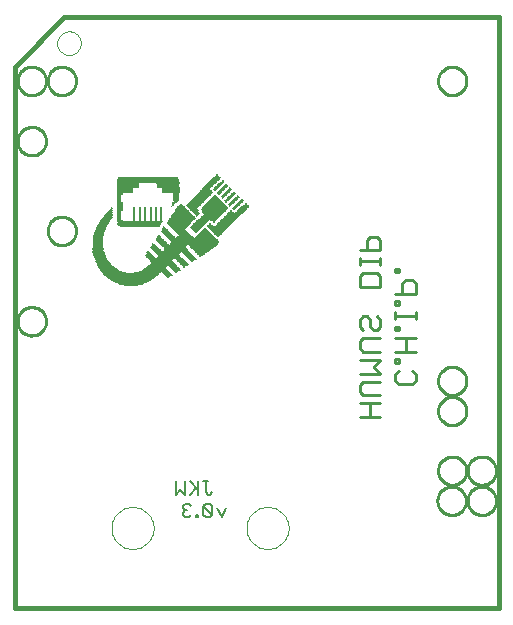
<source format=gbo>
G75*
%MOIN*%
%OFA0B0*%
%FSLAX24Y24*%
%IPPOS*%
%LPD*%
%AMOC8*
5,1,8,0,0,1.08239X$1,22.5*
%
%ADD10C,0.0160*%
%ADD11C,0.0060*%
%ADD12C,0.0100*%
%ADD13R,0.0236X0.0020*%
%ADD14R,0.0492X0.0020*%
%ADD15R,0.0650X0.0020*%
%ADD16R,0.0787X0.0020*%
%ADD17R,0.0886X0.0020*%
%ADD18R,0.0984X0.0020*%
%ADD19R,0.1063X0.0020*%
%ADD20R,0.1142X0.0020*%
%ADD21R,0.1220X0.0020*%
%ADD22R,0.1280X0.0020*%
%ADD23R,0.1358X0.0020*%
%ADD24R,0.1417X0.0020*%
%ADD25R,0.1457X0.0020*%
%ADD26R,0.1516X0.0020*%
%ADD27R,0.1575X0.0020*%
%ADD28R,0.0059X0.0020*%
%ADD29R,0.1614X0.0020*%
%ADD30R,0.0098X0.0020*%
%ADD31R,0.1654X0.0020*%
%ADD32R,0.0157X0.0020*%
%ADD33R,0.1713X0.0020*%
%ADD34R,0.0197X0.0020*%
%ADD35R,0.1772X0.0020*%
%ADD36R,0.0256X0.0020*%
%ADD37R,0.1811X0.0020*%
%ADD38R,0.1850X0.0020*%
%ADD39R,0.1890X0.0020*%
%ADD40R,0.0768X0.0020*%
%ADD41R,0.0866X0.0020*%
%ADD42R,0.0709X0.0020*%
%ADD43R,0.0807X0.0020*%
%ADD44R,0.0039X0.0020*%
%ADD45R,0.0669X0.0020*%
%ADD46R,0.1024X0.0020*%
%ADD47R,0.0945X0.0020*%
%ADD48R,0.0138X0.0020*%
%ADD49R,0.0630X0.0020*%
%ADD50R,0.0610X0.0020*%
%ADD51R,0.0827X0.0020*%
%ADD52R,0.0571X0.0020*%
%ADD53R,0.0728X0.0020*%
%ADD54R,0.0551X0.0020*%
%ADD55R,0.0689X0.0020*%
%ADD56R,0.0531X0.0020*%
%ADD57R,0.0512X0.0020*%
%ADD58R,0.0079X0.0020*%
%ADD59R,0.0177X0.0020*%
%ADD60R,0.0472X0.0020*%
%ADD61R,0.0748X0.0020*%
%ADD62R,0.0453X0.0020*%
%ADD63R,0.0433X0.0020*%
%ADD64R,0.0413X0.0020*%
%ADD65R,0.0394X0.0020*%
%ADD66R,0.0217X0.0020*%
%ADD67R,0.0276X0.0020*%
%ADD68R,0.0118X0.0020*%
%ADD69R,0.0335X0.0020*%
%ADD70R,0.0374X0.0020*%
%ADD71R,0.0846X0.0020*%
%ADD72R,0.0354X0.0020*%
%ADD73R,0.0906X0.0020*%
%ADD74R,0.1594X0.0020*%
%ADD75R,0.0020X0.0020*%
%ADD76R,0.0315X0.0020*%
%ADD77R,0.0295X0.0020*%
%ADD78R,0.0591X0.0020*%
%ADD79R,0.1339X0.0020*%
%ADD80R,0.1378X0.0020*%
%ADD81R,0.1476X0.0020*%
%ADD82R,0.1496X0.0020*%
%ADD83R,0.2067X0.0020*%
%ADD84R,0.2047X0.0020*%
%ADD85R,0.2008X0.0020*%
%ADD86R,0.1969X0.0020*%
%ADD87R,0.1929X0.0020*%
%ADD88C,0.0000*%
D10*
X000259Y001718D02*
X016401Y001718D01*
X016401Y021403D01*
X001913Y021403D01*
X000259Y019749D01*
X000259Y001718D01*
D11*
X005630Y005489D02*
X005630Y005930D01*
X005777Y005636D02*
X005630Y005489D01*
X005777Y005636D02*
X005924Y005489D01*
X005924Y005930D01*
X006091Y005930D02*
X006384Y005636D01*
X006311Y005710D02*
X006091Y005489D01*
X006081Y005180D02*
X005934Y005180D01*
X005860Y005106D01*
X005860Y005033D01*
X005934Y004960D01*
X005860Y004886D01*
X005860Y004813D01*
X005934Y004739D01*
X006081Y004739D01*
X006154Y004813D01*
X006311Y004813D02*
X006311Y004739D01*
X006384Y004739D01*
X006384Y004813D01*
X006311Y004813D01*
X006007Y004960D02*
X005934Y004960D01*
X006154Y005106D02*
X006081Y005180D01*
X006384Y005489D02*
X006384Y005930D01*
X006551Y005930D02*
X006698Y005930D01*
X006624Y005930D02*
X006624Y005563D01*
X006698Y005489D01*
X006771Y005489D01*
X006845Y005563D01*
X006771Y005180D02*
X006624Y005180D01*
X006551Y005106D01*
X006845Y004813D01*
X006771Y004739D01*
X006624Y004739D01*
X006551Y004813D01*
X006551Y005106D01*
X006771Y005180D02*
X006845Y005106D01*
X006845Y004813D01*
X007011Y005033D02*
X007158Y004739D01*
X007305Y005033D01*
D12*
X011764Y008073D02*
X012452Y008073D01*
X012108Y008073D02*
X012108Y008532D01*
X011878Y008798D02*
X011764Y008913D01*
X011764Y009142D01*
X011878Y009257D01*
X012452Y009257D01*
X012452Y009523D02*
X012222Y009752D01*
X012452Y009982D01*
X011764Y009982D01*
X011878Y010248D02*
X011764Y010363D01*
X011764Y010592D01*
X011878Y010707D01*
X012452Y010707D01*
X012337Y010973D02*
X012222Y010973D01*
X012108Y011088D01*
X012108Y011317D01*
X011993Y011432D01*
X011878Y011432D01*
X011764Y011317D01*
X011764Y011088D01*
X011878Y010973D01*
X012337Y010973D02*
X012452Y011088D01*
X012452Y011317D01*
X012337Y011432D01*
X012945Y011450D02*
X013633Y011450D01*
X013633Y011335D02*
X013633Y011565D01*
X013633Y012181D02*
X013633Y012525D01*
X013518Y012640D01*
X013289Y012640D01*
X013174Y012525D01*
X013174Y012181D01*
X013059Y011934D02*
X012945Y011934D01*
X012945Y011819D01*
X013059Y011819D01*
X013059Y011934D01*
X012945Y012181D02*
X013633Y012181D01*
X013059Y012906D02*
X013059Y013021D01*
X012945Y013021D01*
X012945Y012906D01*
X013059Y012906D01*
X012452Y012767D02*
X012452Y012423D01*
X011764Y012423D01*
X011764Y012767D01*
X011878Y012882D01*
X012337Y012882D01*
X012452Y012767D01*
X012452Y013148D02*
X012452Y013377D01*
X012452Y013263D02*
X011764Y013263D01*
X011764Y013377D02*
X011764Y013148D01*
X011764Y013631D02*
X012452Y013631D01*
X012452Y013975D01*
X012337Y014090D01*
X012108Y014090D01*
X011993Y013975D01*
X011993Y013631D01*
X012945Y011565D02*
X012945Y011335D01*
X012945Y011088D02*
X012945Y010973D01*
X013059Y010973D01*
X013059Y011088D01*
X012945Y011088D01*
X012945Y010707D02*
X013633Y010707D01*
X013289Y010707D02*
X013289Y010248D01*
X013059Y010000D02*
X012945Y010000D01*
X012945Y009885D01*
X013059Y009885D01*
X013059Y010000D01*
X012945Y010248D02*
X013633Y010248D01*
X013518Y009619D02*
X013633Y009504D01*
X013633Y009275D01*
X013518Y009160D01*
X013059Y009160D01*
X012945Y009275D01*
X012945Y009504D01*
X013059Y009619D01*
X012452Y009523D02*
X011764Y009523D01*
X011878Y010248D02*
X012452Y010248D01*
X012452Y008798D02*
X011878Y008798D01*
X011764Y008532D02*
X012452Y008532D01*
X014372Y008273D02*
X014374Y008316D01*
X014380Y008359D01*
X014390Y008401D01*
X014403Y008442D01*
X014420Y008481D01*
X014441Y008519D01*
X014465Y008555D01*
X014492Y008589D01*
X014522Y008619D01*
X014555Y008647D01*
X014591Y008672D01*
X014628Y008694D01*
X014667Y008712D01*
X014708Y008726D01*
X014750Y008737D01*
X014792Y008744D01*
X014835Y008747D01*
X014878Y008746D01*
X014921Y008741D01*
X014963Y008732D01*
X015005Y008720D01*
X015045Y008703D01*
X015083Y008683D01*
X015119Y008660D01*
X015153Y008634D01*
X015185Y008604D01*
X015214Y008572D01*
X015239Y008537D01*
X015262Y008501D01*
X015281Y008462D01*
X015296Y008422D01*
X015308Y008380D01*
X015316Y008338D01*
X015320Y008295D01*
X015320Y008251D01*
X015316Y008208D01*
X015308Y008166D01*
X015296Y008124D01*
X015281Y008084D01*
X015262Y008045D01*
X015239Y008009D01*
X015214Y007974D01*
X015185Y007942D01*
X015153Y007912D01*
X015119Y007886D01*
X015083Y007863D01*
X015045Y007843D01*
X015005Y007826D01*
X014963Y007814D01*
X014921Y007805D01*
X014878Y007800D01*
X014835Y007799D01*
X014792Y007802D01*
X014750Y007809D01*
X014708Y007820D01*
X014667Y007834D01*
X014628Y007852D01*
X014591Y007874D01*
X014555Y007899D01*
X014522Y007927D01*
X014492Y007957D01*
X014465Y007991D01*
X014441Y008027D01*
X014420Y008065D01*
X014403Y008104D01*
X014390Y008145D01*
X014380Y008187D01*
X014374Y008230D01*
X014372Y008273D01*
X014372Y009277D02*
X014374Y009320D01*
X014380Y009363D01*
X014390Y009405D01*
X014403Y009446D01*
X014420Y009485D01*
X014441Y009523D01*
X014465Y009559D01*
X014492Y009593D01*
X014522Y009623D01*
X014555Y009651D01*
X014591Y009676D01*
X014628Y009698D01*
X014667Y009716D01*
X014708Y009730D01*
X014750Y009741D01*
X014792Y009748D01*
X014835Y009751D01*
X014878Y009750D01*
X014921Y009745D01*
X014963Y009736D01*
X015005Y009724D01*
X015045Y009707D01*
X015083Y009687D01*
X015119Y009664D01*
X015153Y009638D01*
X015185Y009608D01*
X015214Y009576D01*
X015239Y009541D01*
X015262Y009505D01*
X015281Y009466D01*
X015296Y009426D01*
X015308Y009384D01*
X015316Y009342D01*
X015320Y009299D01*
X015320Y009255D01*
X015316Y009212D01*
X015308Y009170D01*
X015296Y009128D01*
X015281Y009088D01*
X015262Y009049D01*
X015239Y009013D01*
X015214Y008978D01*
X015185Y008946D01*
X015153Y008916D01*
X015119Y008890D01*
X015083Y008867D01*
X015045Y008847D01*
X015005Y008830D01*
X014963Y008818D01*
X014921Y008809D01*
X014878Y008804D01*
X014835Y008803D01*
X014792Y008806D01*
X014750Y008813D01*
X014708Y008824D01*
X014667Y008838D01*
X014628Y008856D01*
X014591Y008878D01*
X014555Y008903D01*
X014522Y008931D01*
X014492Y008961D01*
X014465Y008995D01*
X014441Y009031D01*
X014420Y009069D01*
X014403Y009108D01*
X014390Y009149D01*
X014380Y009191D01*
X014374Y009234D01*
X014372Y009277D01*
X014372Y006284D02*
X014374Y006327D01*
X014380Y006370D01*
X014390Y006412D01*
X014403Y006453D01*
X014420Y006492D01*
X014441Y006530D01*
X014465Y006566D01*
X014492Y006600D01*
X014522Y006630D01*
X014555Y006658D01*
X014591Y006683D01*
X014628Y006705D01*
X014667Y006723D01*
X014708Y006737D01*
X014750Y006748D01*
X014792Y006755D01*
X014835Y006758D01*
X014878Y006757D01*
X014921Y006752D01*
X014963Y006743D01*
X015005Y006731D01*
X015045Y006714D01*
X015083Y006694D01*
X015119Y006671D01*
X015153Y006645D01*
X015185Y006615D01*
X015214Y006583D01*
X015239Y006548D01*
X015262Y006512D01*
X015281Y006473D01*
X015296Y006433D01*
X015308Y006391D01*
X015316Y006349D01*
X015320Y006306D01*
X015320Y006262D01*
X015316Y006219D01*
X015308Y006177D01*
X015296Y006135D01*
X015281Y006095D01*
X015262Y006056D01*
X015239Y006020D01*
X015214Y005985D01*
X015185Y005953D01*
X015153Y005923D01*
X015119Y005897D01*
X015083Y005874D01*
X015045Y005854D01*
X015005Y005837D01*
X014963Y005825D01*
X014921Y005816D01*
X014878Y005811D01*
X014835Y005810D01*
X014792Y005813D01*
X014750Y005820D01*
X014708Y005831D01*
X014667Y005845D01*
X014628Y005863D01*
X014591Y005885D01*
X014555Y005910D01*
X014522Y005938D01*
X014492Y005968D01*
X014465Y006002D01*
X014441Y006038D01*
X014420Y006076D01*
X014403Y006115D01*
X014390Y006156D01*
X014380Y006198D01*
X014374Y006241D01*
X014372Y006284D01*
X014352Y005281D02*
X014354Y005324D01*
X014360Y005367D01*
X014370Y005409D01*
X014383Y005450D01*
X014400Y005489D01*
X014421Y005527D01*
X014445Y005563D01*
X014472Y005597D01*
X014502Y005627D01*
X014535Y005655D01*
X014571Y005680D01*
X014608Y005702D01*
X014647Y005720D01*
X014688Y005734D01*
X014730Y005745D01*
X014772Y005752D01*
X014815Y005755D01*
X014858Y005754D01*
X014901Y005749D01*
X014943Y005740D01*
X014985Y005728D01*
X015025Y005711D01*
X015063Y005691D01*
X015099Y005668D01*
X015133Y005642D01*
X015165Y005612D01*
X015194Y005580D01*
X015219Y005545D01*
X015242Y005509D01*
X015261Y005470D01*
X015276Y005430D01*
X015288Y005388D01*
X015296Y005346D01*
X015300Y005303D01*
X015300Y005259D01*
X015296Y005216D01*
X015288Y005174D01*
X015276Y005132D01*
X015261Y005092D01*
X015242Y005053D01*
X015219Y005017D01*
X015194Y004982D01*
X015165Y004950D01*
X015133Y004920D01*
X015099Y004894D01*
X015063Y004871D01*
X015025Y004851D01*
X014985Y004834D01*
X014943Y004822D01*
X014901Y004813D01*
X014858Y004808D01*
X014815Y004807D01*
X014772Y004810D01*
X014730Y004817D01*
X014688Y004828D01*
X014647Y004842D01*
X014608Y004860D01*
X014571Y004882D01*
X014535Y004907D01*
X014502Y004935D01*
X014472Y004965D01*
X014445Y004999D01*
X014421Y005035D01*
X014400Y005073D01*
X014383Y005112D01*
X014370Y005153D01*
X014360Y005195D01*
X014354Y005238D01*
X014352Y005281D01*
X015356Y005281D02*
X015358Y005324D01*
X015364Y005367D01*
X015374Y005409D01*
X015387Y005450D01*
X015404Y005489D01*
X015425Y005527D01*
X015449Y005563D01*
X015476Y005597D01*
X015506Y005627D01*
X015539Y005655D01*
X015575Y005680D01*
X015612Y005702D01*
X015651Y005720D01*
X015692Y005734D01*
X015734Y005745D01*
X015776Y005752D01*
X015819Y005755D01*
X015862Y005754D01*
X015905Y005749D01*
X015947Y005740D01*
X015989Y005728D01*
X016029Y005711D01*
X016067Y005691D01*
X016103Y005668D01*
X016137Y005642D01*
X016169Y005612D01*
X016198Y005580D01*
X016223Y005545D01*
X016246Y005509D01*
X016265Y005470D01*
X016280Y005430D01*
X016292Y005388D01*
X016300Y005346D01*
X016304Y005303D01*
X016304Y005259D01*
X016300Y005216D01*
X016292Y005174D01*
X016280Y005132D01*
X016265Y005092D01*
X016246Y005053D01*
X016223Y005017D01*
X016198Y004982D01*
X016169Y004950D01*
X016137Y004920D01*
X016103Y004894D01*
X016067Y004871D01*
X016029Y004851D01*
X015989Y004834D01*
X015947Y004822D01*
X015905Y004813D01*
X015862Y004808D01*
X015819Y004807D01*
X015776Y004810D01*
X015734Y004817D01*
X015692Y004828D01*
X015651Y004842D01*
X015612Y004860D01*
X015575Y004882D01*
X015539Y004907D01*
X015506Y004935D01*
X015476Y004965D01*
X015449Y004999D01*
X015425Y005035D01*
X015404Y005073D01*
X015387Y005112D01*
X015374Y005153D01*
X015364Y005195D01*
X015358Y005238D01*
X015356Y005281D01*
X015356Y006284D02*
X015358Y006327D01*
X015364Y006370D01*
X015374Y006412D01*
X015387Y006453D01*
X015404Y006492D01*
X015425Y006530D01*
X015449Y006566D01*
X015476Y006600D01*
X015506Y006630D01*
X015539Y006658D01*
X015575Y006683D01*
X015612Y006705D01*
X015651Y006723D01*
X015692Y006737D01*
X015734Y006748D01*
X015776Y006755D01*
X015819Y006758D01*
X015862Y006757D01*
X015905Y006752D01*
X015947Y006743D01*
X015989Y006731D01*
X016029Y006714D01*
X016067Y006694D01*
X016103Y006671D01*
X016137Y006645D01*
X016169Y006615D01*
X016198Y006583D01*
X016223Y006548D01*
X016246Y006512D01*
X016265Y006473D01*
X016280Y006433D01*
X016292Y006391D01*
X016300Y006349D01*
X016304Y006306D01*
X016304Y006262D01*
X016300Y006219D01*
X016292Y006177D01*
X016280Y006135D01*
X016265Y006095D01*
X016246Y006056D01*
X016223Y006020D01*
X016198Y005985D01*
X016169Y005953D01*
X016137Y005923D01*
X016103Y005897D01*
X016067Y005874D01*
X016029Y005854D01*
X015989Y005837D01*
X015947Y005825D01*
X015905Y005816D01*
X015862Y005811D01*
X015819Y005810D01*
X015776Y005813D01*
X015734Y005820D01*
X015692Y005831D01*
X015651Y005845D01*
X015612Y005863D01*
X015575Y005885D01*
X015539Y005910D01*
X015506Y005938D01*
X015476Y005968D01*
X015449Y006002D01*
X015425Y006038D01*
X015404Y006076D01*
X015387Y006115D01*
X015374Y006156D01*
X015364Y006198D01*
X015358Y006241D01*
X015356Y006284D01*
X014372Y019277D02*
X014374Y019320D01*
X014380Y019363D01*
X014390Y019405D01*
X014403Y019446D01*
X014420Y019485D01*
X014441Y019523D01*
X014465Y019559D01*
X014492Y019593D01*
X014522Y019623D01*
X014555Y019651D01*
X014591Y019676D01*
X014628Y019698D01*
X014667Y019716D01*
X014708Y019730D01*
X014750Y019741D01*
X014792Y019748D01*
X014835Y019751D01*
X014878Y019750D01*
X014921Y019745D01*
X014963Y019736D01*
X015005Y019724D01*
X015045Y019707D01*
X015083Y019687D01*
X015119Y019664D01*
X015153Y019638D01*
X015185Y019608D01*
X015214Y019576D01*
X015239Y019541D01*
X015262Y019505D01*
X015281Y019466D01*
X015296Y019426D01*
X015308Y019384D01*
X015316Y019342D01*
X015320Y019299D01*
X015320Y019255D01*
X015316Y019212D01*
X015308Y019170D01*
X015296Y019128D01*
X015281Y019088D01*
X015262Y019049D01*
X015239Y019013D01*
X015214Y018978D01*
X015185Y018946D01*
X015153Y018916D01*
X015119Y018890D01*
X015083Y018867D01*
X015045Y018847D01*
X015005Y018830D01*
X014963Y018818D01*
X014921Y018809D01*
X014878Y018804D01*
X014835Y018803D01*
X014792Y018806D01*
X014750Y018813D01*
X014708Y018824D01*
X014667Y018838D01*
X014628Y018856D01*
X014591Y018878D01*
X014555Y018903D01*
X014522Y018931D01*
X014492Y018961D01*
X014465Y018995D01*
X014441Y019031D01*
X014420Y019069D01*
X014403Y019108D01*
X014390Y019149D01*
X014380Y019191D01*
X014374Y019234D01*
X014372Y019277D01*
X001360Y019277D02*
X001362Y019320D01*
X001368Y019363D01*
X001378Y019405D01*
X001391Y019446D01*
X001408Y019485D01*
X001429Y019523D01*
X001453Y019559D01*
X001480Y019593D01*
X001510Y019623D01*
X001543Y019651D01*
X001579Y019676D01*
X001616Y019698D01*
X001655Y019716D01*
X001696Y019730D01*
X001738Y019741D01*
X001780Y019748D01*
X001823Y019751D01*
X001866Y019750D01*
X001909Y019745D01*
X001951Y019736D01*
X001993Y019724D01*
X002033Y019707D01*
X002071Y019687D01*
X002107Y019664D01*
X002141Y019638D01*
X002173Y019608D01*
X002202Y019576D01*
X002227Y019541D01*
X002250Y019505D01*
X002269Y019466D01*
X002284Y019426D01*
X002296Y019384D01*
X002304Y019342D01*
X002308Y019299D01*
X002308Y019255D01*
X002304Y019212D01*
X002296Y019170D01*
X002284Y019128D01*
X002269Y019088D01*
X002250Y019049D01*
X002227Y019013D01*
X002202Y018978D01*
X002173Y018946D01*
X002141Y018916D01*
X002107Y018890D01*
X002071Y018867D01*
X002033Y018847D01*
X001993Y018830D01*
X001951Y018818D01*
X001909Y018809D01*
X001866Y018804D01*
X001823Y018803D01*
X001780Y018806D01*
X001738Y018813D01*
X001696Y018824D01*
X001655Y018838D01*
X001616Y018856D01*
X001579Y018878D01*
X001543Y018903D01*
X001510Y018931D01*
X001480Y018961D01*
X001453Y018995D01*
X001429Y019031D01*
X001408Y019069D01*
X001391Y019108D01*
X001378Y019149D01*
X001368Y019191D01*
X001362Y019234D01*
X001360Y019277D01*
X000356Y019277D02*
X000358Y019320D01*
X000364Y019363D01*
X000374Y019405D01*
X000387Y019446D01*
X000404Y019485D01*
X000425Y019523D01*
X000449Y019559D01*
X000476Y019593D01*
X000506Y019623D01*
X000539Y019651D01*
X000575Y019676D01*
X000612Y019698D01*
X000651Y019716D01*
X000692Y019730D01*
X000734Y019741D01*
X000776Y019748D01*
X000819Y019751D01*
X000862Y019750D01*
X000905Y019745D01*
X000947Y019736D01*
X000989Y019724D01*
X001029Y019707D01*
X001067Y019687D01*
X001103Y019664D01*
X001137Y019638D01*
X001169Y019608D01*
X001198Y019576D01*
X001223Y019541D01*
X001246Y019505D01*
X001265Y019466D01*
X001280Y019426D01*
X001292Y019384D01*
X001300Y019342D01*
X001304Y019299D01*
X001304Y019255D01*
X001300Y019212D01*
X001292Y019170D01*
X001280Y019128D01*
X001265Y019088D01*
X001246Y019049D01*
X001223Y019013D01*
X001198Y018978D01*
X001169Y018946D01*
X001137Y018916D01*
X001103Y018890D01*
X001067Y018867D01*
X001029Y018847D01*
X000989Y018830D01*
X000947Y018818D01*
X000905Y018809D01*
X000862Y018804D01*
X000819Y018803D01*
X000776Y018806D01*
X000734Y018813D01*
X000692Y018824D01*
X000651Y018838D01*
X000612Y018856D01*
X000575Y018878D01*
X000539Y018903D01*
X000506Y018931D01*
X000476Y018961D01*
X000449Y018995D01*
X000425Y019031D01*
X000404Y019069D01*
X000387Y019108D01*
X000374Y019149D01*
X000364Y019191D01*
X000358Y019234D01*
X000356Y019277D01*
X000356Y017269D02*
X000358Y017312D01*
X000364Y017355D01*
X000374Y017397D01*
X000387Y017438D01*
X000404Y017477D01*
X000425Y017515D01*
X000449Y017551D01*
X000476Y017585D01*
X000506Y017615D01*
X000539Y017643D01*
X000575Y017668D01*
X000612Y017690D01*
X000651Y017708D01*
X000692Y017722D01*
X000734Y017733D01*
X000776Y017740D01*
X000819Y017743D01*
X000862Y017742D01*
X000905Y017737D01*
X000947Y017728D01*
X000989Y017716D01*
X001029Y017699D01*
X001067Y017679D01*
X001103Y017656D01*
X001137Y017630D01*
X001169Y017600D01*
X001198Y017568D01*
X001223Y017533D01*
X001246Y017497D01*
X001265Y017458D01*
X001280Y017418D01*
X001292Y017376D01*
X001300Y017334D01*
X001304Y017291D01*
X001304Y017247D01*
X001300Y017204D01*
X001292Y017162D01*
X001280Y017120D01*
X001265Y017080D01*
X001246Y017041D01*
X001223Y017005D01*
X001198Y016970D01*
X001169Y016938D01*
X001137Y016908D01*
X001103Y016882D01*
X001067Y016859D01*
X001029Y016839D01*
X000989Y016822D01*
X000947Y016810D01*
X000905Y016801D01*
X000862Y016796D01*
X000819Y016795D01*
X000776Y016798D01*
X000734Y016805D01*
X000692Y016816D01*
X000651Y016830D01*
X000612Y016848D01*
X000575Y016870D01*
X000539Y016895D01*
X000506Y016923D01*
X000476Y016953D01*
X000449Y016987D01*
X000425Y017023D01*
X000404Y017061D01*
X000387Y017100D01*
X000374Y017141D01*
X000364Y017183D01*
X000358Y017226D01*
X000356Y017269D01*
X001360Y014277D02*
X001362Y014320D01*
X001368Y014363D01*
X001378Y014405D01*
X001391Y014446D01*
X001408Y014485D01*
X001429Y014523D01*
X001453Y014559D01*
X001480Y014593D01*
X001510Y014623D01*
X001543Y014651D01*
X001579Y014676D01*
X001616Y014698D01*
X001655Y014716D01*
X001696Y014730D01*
X001738Y014741D01*
X001780Y014748D01*
X001823Y014751D01*
X001866Y014750D01*
X001909Y014745D01*
X001951Y014736D01*
X001993Y014724D01*
X002033Y014707D01*
X002071Y014687D01*
X002107Y014664D01*
X002141Y014638D01*
X002173Y014608D01*
X002202Y014576D01*
X002227Y014541D01*
X002250Y014505D01*
X002269Y014466D01*
X002284Y014426D01*
X002296Y014384D01*
X002304Y014342D01*
X002308Y014299D01*
X002308Y014255D01*
X002304Y014212D01*
X002296Y014170D01*
X002284Y014128D01*
X002269Y014088D01*
X002250Y014049D01*
X002227Y014013D01*
X002202Y013978D01*
X002173Y013946D01*
X002141Y013916D01*
X002107Y013890D01*
X002071Y013867D01*
X002033Y013847D01*
X001993Y013830D01*
X001951Y013818D01*
X001909Y013809D01*
X001866Y013804D01*
X001823Y013803D01*
X001780Y013806D01*
X001738Y013813D01*
X001696Y013824D01*
X001655Y013838D01*
X001616Y013856D01*
X001579Y013878D01*
X001543Y013903D01*
X001510Y013931D01*
X001480Y013961D01*
X001453Y013995D01*
X001429Y014031D01*
X001408Y014069D01*
X001391Y014108D01*
X001378Y014149D01*
X001368Y014191D01*
X001362Y014234D01*
X001360Y014277D01*
X000356Y011265D02*
X000358Y011308D01*
X000364Y011351D01*
X000374Y011393D01*
X000387Y011434D01*
X000404Y011473D01*
X000425Y011511D01*
X000449Y011547D01*
X000476Y011581D01*
X000506Y011611D01*
X000539Y011639D01*
X000575Y011664D01*
X000612Y011686D01*
X000651Y011704D01*
X000692Y011718D01*
X000734Y011729D01*
X000776Y011736D01*
X000819Y011739D01*
X000862Y011738D01*
X000905Y011733D01*
X000947Y011724D01*
X000989Y011712D01*
X001029Y011695D01*
X001067Y011675D01*
X001103Y011652D01*
X001137Y011626D01*
X001169Y011596D01*
X001198Y011564D01*
X001223Y011529D01*
X001246Y011493D01*
X001265Y011454D01*
X001280Y011414D01*
X001292Y011372D01*
X001300Y011330D01*
X001304Y011287D01*
X001304Y011243D01*
X001300Y011200D01*
X001292Y011158D01*
X001280Y011116D01*
X001265Y011076D01*
X001246Y011037D01*
X001223Y011001D01*
X001198Y010966D01*
X001169Y010934D01*
X001137Y010904D01*
X001103Y010878D01*
X001067Y010855D01*
X001029Y010835D01*
X000989Y010818D01*
X000947Y010806D01*
X000905Y010797D01*
X000862Y010792D01*
X000819Y010791D01*
X000776Y010794D01*
X000734Y010801D01*
X000692Y010812D01*
X000651Y010826D01*
X000612Y010844D01*
X000575Y010866D01*
X000539Y010891D01*
X000506Y010919D01*
X000476Y010949D01*
X000449Y010983D01*
X000425Y011019D01*
X000404Y011057D01*
X000387Y011096D01*
X000374Y011137D01*
X000364Y011179D01*
X000358Y011222D01*
X000356Y011265D01*
D13*
X003399Y014808D03*
X004737Y013450D03*
X004954Y013666D03*
X004974Y013647D03*
X004993Y013627D03*
X005013Y013607D03*
X005033Y013588D03*
X004934Y013686D03*
X004915Y013706D03*
X005092Y013981D03*
X005269Y014257D03*
X005800Y015064D03*
X006253Y014946D03*
X006273Y014926D03*
X006647Y015674D03*
X006667Y015694D03*
X006686Y015714D03*
X006706Y015733D03*
X006726Y015753D03*
X006745Y015773D03*
X006765Y015792D03*
X006785Y015812D03*
X006804Y015832D03*
X006824Y015851D03*
X006844Y015871D03*
X006863Y015891D03*
X006883Y015910D03*
X006903Y015930D03*
X006923Y015950D03*
X006942Y015969D03*
X006962Y015989D03*
X006982Y016009D03*
X007001Y016029D03*
X007946Y015064D03*
X007926Y015044D03*
X007907Y015025D03*
X007887Y015005D03*
X007867Y014985D03*
X007848Y014966D03*
X007828Y014946D03*
X007808Y014926D03*
X007789Y014906D03*
X007769Y014887D03*
X007749Y014867D03*
X007730Y014847D03*
X007041Y014158D03*
X006470Y013489D03*
X006194Y013312D03*
X005938Y013135D03*
X005919Y013155D03*
X005899Y013174D03*
X005879Y013194D03*
X005860Y013214D03*
X005840Y013233D03*
X005820Y013253D03*
X005800Y013273D03*
X005781Y013292D03*
X005761Y013312D03*
X005741Y013332D03*
X005663Y012958D03*
X004147Y012426D03*
D14*
X004137Y012446D03*
X003271Y013095D03*
X003251Y013115D03*
X003232Y013155D03*
X005830Y014906D03*
X006224Y015123D03*
X006243Y015143D03*
X006263Y015162D03*
X006283Y015182D03*
X006302Y015202D03*
X006322Y015221D03*
X006342Y015241D03*
X006361Y015261D03*
X006381Y015281D03*
X006401Y015300D03*
X006421Y015320D03*
X006440Y015340D03*
X006460Y015359D03*
X006480Y015379D03*
X006499Y015399D03*
X006519Y015418D03*
X006539Y015438D03*
X006558Y015458D03*
X006578Y015477D03*
X006598Y015497D03*
X006617Y015517D03*
X006637Y015536D03*
X006952Y015221D03*
X007464Y014710D03*
X007484Y014729D03*
X007503Y014749D03*
X007523Y014769D03*
X007543Y014788D03*
X007562Y014808D03*
X007582Y014828D03*
X007444Y014690D03*
X007424Y014670D03*
X007405Y014651D03*
X007385Y014631D03*
X007365Y014611D03*
X007346Y014592D03*
X007326Y014572D03*
X007306Y014552D03*
X007287Y014532D03*
X007267Y014513D03*
X007247Y014493D03*
X007228Y014473D03*
X007208Y014454D03*
X007188Y014434D03*
X006617Y014119D03*
X005928Y014080D03*
D15*
X006617Y014040D03*
X006873Y014828D03*
X006952Y015143D03*
X005850Y014808D03*
X005023Y013095D03*
X005003Y013076D03*
X004984Y013056D03*
X004964Y013036D03*
X004137Y012466D03*
X003468Y012918D03*
D16*
X004147Y012485D03*
X004934Y012977D03*
X005190Y013174D03*
X005151Y013292D03*
X005407Y013391D03*
X005584Y013745D03*
X005722Y014513D03*
X005860Y014729D03*
D17*
X006913Y014985D03*
X006932Y015005D03*
X006952Y015025D03*
X004924Y012938D03*
X004137Y012505D03*
D18*
X004147Y012525D03*
D19*
X004147Y012544D03*
D20*
X004147Y012564D03*
X005505Y013568D03*
D21*
X004147Y012584D03*
D22*
X004137Y012603D03*
D23*
X004137Y012623D03*
D24*
X004147Y012643D03*
X004403Y014454D03*
D25*
X004403Y014473D03*
X004403Y014493D03*
X004147Y012662D03*
D26*
X004137Y012682D03*
X004432Y014572D03*
D27*
X004147Y012702D03*
D28*
X004885Y013824D03*
X005377Y012702D03*
X006302Y014218D03*
X006617Y014336D03*
X006775Y014493D03*
X006342Y014769D03*
X006952Y015438D03*
X006932Y015615D03*
X007188Y015359D03*
X007444Y015103D03*
X007464Y014926D03*
X007700Y015418D03*
X007956Y015162D03*
X007444Y015674D03*
X007188Y015930D03*
X005554Y015162D03*
X003487Y014985D03*
D29*
X004147Y012721D03*
X006234Y013824D03*
X006253Y013844D03*
D30*
X006302Y014237D03*
X006617Y014316D03*
X006775Y014473D03*
X006893Y014572D03*
X006342Y014788D03*
X006952Y015418D03*
X006932Y015635D03*
X007188Y015379D03*
X007444Y015123D03*
X007464Y014906D03*
X007700Y015399D03*
X007956Y015143D03*
X007444Y015655D03*
X007188Y015910D03*
X005810Y015123D03*
X005574Y015182D03*
X004610Y015005D03*
X004610Y014985D03*
X004610Y014966D03*
X004610Y014946D03*
X004610Y014926D03*
X004610Y014906D03*
X004610Y014887D03*
X004610Y014867D03*
X004610Y014847D03*
X004610Y014828D03*
X004610Y014808D03*
X004610Y014788D03*
X004610Y014769D03*
X004610Y014749D03*
X004610Y014729D03*
X004610Y014710D03*
X004610Y014690D03*
X004610Y014670D03*
X004610Y014651D03*
X004610Y014631D03*
X004610Y014611D03*
X004610Y014592D03*
X004432Y014592D03*
X004432Y014611D03*
X004432Y014631D03*
X004432Y014651D03*
X004432Y014670D03*
X004432Y014690D03*
X004432Y014710D03*
X004432Y014729D03*
X004432Y014749D03*
X004432Y014769D03*
X004432Y014788D03*
X004432Y014808D03*
X004432Y014828D03*
X004432Y014847D03*
X004432Y014867D03*
X004432Y014887D03*
X004432Y014906D03*
X004432Y014926D03*
X004432Y014946D03*
X004432Y014966D03*
X004432Y014985D03*
X004432Y015005D03*
X003468Y014946D03*
X005377Y012721D03*
X005653Y012899D03*
X006184Y013253D03*
D31*
X004147Y012741D03*
D32*
X004895Y013765D03*
X005387Y012741D03*
X006785Y014454D03*
X006883Y014592D03*
X007041Y014119D03*
X005643Y015261D03*
X007001Y016068D03*
X003753Y015458D03*
X003753Y015438D03*
X003753Y015418D03*
X003753Y015399D03*
X003753Y015379D03*
X003753Y015359D03*
X003753Y015340D03*
X003753Y015320D03*
X003753Y015300D03*
X003753Y015281D03*
X003753Y015261D03*
X003753Y015241D03*
X003753Y014926D03*
X003753Y014906D03*
X003753Y014887D03*
X003753Y014867D03*
X003753Y014847D03*
X003753Y014828D03*
X003753Y014808D03*
X003753Y014788D03*
X003753Y014769D03*
X003753Y014749D03*
X003753Y014729D03*
X003753Y014710D03*
X003753Y014690D03*
X003753Y014670D03*
X003753Y014651D03*
X003753Y014631D03*
X003438Y014887D03*
D33*
X004137Y012761D03*
D34*
X005269Y014277D03*
X006312Y014867D03*
X006332Y014847D03*
X006785Y014434D03*
X006883Y014611D03*
X007041Y014139D03*
X006194Y013292D03*
X005663Y012938D03*
X005387Y012761D03*
X003773Y014592D03*
X003419Y014847D03*
X003773Y015517D03*
X005643Y015497D03*
X007001Y016048D03*
D35*
X004147Y012781D03*
D36*
X004767Y013410D03*
X004787Y013391D03*
X004806Y013371D03*
X004826Y013351D03*
X004747Y013430D03*
X005161Y013903D03*
X005141Y013922D03*
X005121Y013942D03*
X005102Y013962D03*
X005180Y013883D03*
X005200Y013863D03*
X005220Y013844D03*
X005239Y013824D03*
X005259Y013804D03*
X005476Y014040D03*
X005456Y014060D03*
X005436Y014080D03*
X005417Y014099D03*
X005397Y014119D03*
X005377Y014139D03*
X005358Y014158D03*
X005338Y014178D03*
X005318Y014198D03*
X005299Y014218D03*
X005279Y014237D03*
X005810Y015044D03*
X006224Y014985D03*
X006243Y014966D03*
X006302Y014316D03*
X006617Y014237D03*
X006007Y013509D03*
X005987Y013529D03*
X005968Y013548D03*
X006027Y013489D03*
X006047Y013469D03*
X006066Y013450D03*
X006086Y013430D03*
X006106Y013410D03*
X006125Y013391D03*
X006145Y013371D03*
X006165Y013351D03*
X006184Y013332D03*
X005653Y012977D03*
X005633Y012997D03*
X005613Y013017D03*
X005594Y013036D03*
X005574Y013056D03*
X005554Y013076D03*
X005535Y013095D03*
X005515Y013115D03*
X005338Y012840D03*
X005318Y012859D03*
X005299Y012879D03*
X005358Y012820D03*
X005377Y012800D03*
X005397Y012781D03*
X003389Y014788D03*
X006637Y015655D03*
X006952Y015340D03*
D37*
X004147Y012800D03*
D38*
X004147Y012820D03*
D39*
X004147Y012840D03*
D40*
X003586Y012859D03*
X005377Y013509D03*
X005633Y013627D03*
X006519Y013706D03*
X006893Y014906D03*
X006952Y015084D03*
X005358Y015832D03*
X005358Y015851D03*
X005358Y015871D03*
D41*
X005800Y014021D03*
X005584Y013784D03*
X005407Y013351D03*
X005190Y013135D03*
X005151Y013332D03*
X004678Y012859D03*
X006529Y013745D03*
X006903Y014966D03*
D42*
X006883Y014867D03*
X007041Y014395D03*
X005722Y014473D03*
X005604Y013686D03*
X005623Y013666D03*
X005407Y013430D03*
X005171Y013233D03*
X005151Y013253D03*
X003537Y012879D03*
D43*
X004728Y012879D03*
X005377Y013529D03*
X005633Y013607D03*
X005732Y014532D03*
X005751Y014552D03*
X005771Y014572D03*
X006893Y014926D03*
X006952Y015064D03*
D44*
X007316Y015221D03*
X007572Y014966D03*
X007828Y015300D03*
X007572Y015556D03*
X007316Y015812D03*
X007060Y015477D03*
X007001Y016127D03*
X006903Y014552D03*
X007041Y014060D03*
X006450Y013410D03*
X006174Y013233D03*
X005919Y013056D03*
X005643Y012879D03*
X004718Y013568D03*
X005072Y014099D03*
X005249Y014375D03*
X005545Y015123D03*
X005545Y015143D03*
X005820Y015143D03*
X003497Y015005D03*
D45*
X003497Y012899D03*
X005722Y014454D03*
X006509Y013666D03*
X007041Y014375D03*
X006883Y014847D03*
D46*
X004895Y012899D03*
D47*
X004915Y012918D03*
X006529Y013784D03*
D48*
X006460Y013450D03*
X006184Y013273D03*
X005928Y013095D03*
X005653Y012918D03*
X004728Y013509D03*
X005082Y014040D03*
X005259Y014316D03*
X005810Y015103D03*
X006342Y014808D03*
X006302Y014257D03*
X006617Y014296D03*
X007464Y014887D03*
X007956Y015123D03*
X006952Y015399D03*
X003448Y014906D03*
D49*
X003438Y012938D03*
X005052Y013115D03*
X005722Y014434D03*
X005840Y014828D03*
X006686Y014631D03*
X006706Y014651D03*
X006726Y014670D03*
X006745Y014690D03*
X006765Y014710D03*
X006785Y014729D03*
X006804Y014749D03*
X006824Y014769D03*
X006844Y014788D03*
X006863Y014808D03*
X007041Y014355D03*
X006509Y013647D03*
D50*
X006617Y014060D03*
X006952Y015162D03*
X003409Y012958D03*
D51*
X004934Y012958D03*
X005190Y013155D03*
X005151Y013312D03*
X005407Y013371D03*
X005584Y013765D03*
X005781Y014592D03*
X005800Y014611D03*
X005820Y014631D03*
X005860Y014710D03*
X006529Y013725D03*
X006903Y014946D03*
D52*
X006952Y015182D03*
X006617Y014080D03*
X006499Y013627D03*
X005928Y014040D03*
X005456Y015536D03*
X005456Y015556D03*
X005456Y015576D03*
X005456Y015595D03*
X005456Y015615D03*
X005456Y015635D03*
X005456Y015655D03*
X005456Y015674D03*
X005456Y015694D03*
X003369Y012997D03*
X003389Y012977D03*
D53*
X004944Y012997D03*
X005180Y013214D03*
X005377Y013489D03*
X005633Y013647D03*
X005594Y013706D03*
X005850Y014769D03*
X006519Y013686D03*
X006952Y015103D03*
X004039Y015714D03*
X004039Y015733D03*
X004039Y015753D03*
D54*
X003950Y015694D03*
X003950Y015674D03*
X003950Y015655D03*
X003950Y015635D03*
X003950Y015615D03*
X003950Y015595D03*
X003950Y015576D03*
X003950Y015556D03*
X003950Y015536D03*
X005722Y014395D03*
X005840Y014867D03*
X007041Y014316D03*
X003340Y013017D03*
D55*
X004944Y013017D03*
X005377Y013469D03*
X005397Y013450D03*
X005850Y014788D03*
X006617Y014021D03*
X006952Y015123D03*
D56*
X006952Y015202D03*
X006617Y014099D03*
X006499Y013607D03*
X005928Y014060D03*
X005830Y014887D03*
X003330Y013036D03*
X003310Y013056D03*
D57*
X003300Y013076D03*
X005722Y014375D03*
X007041Y014296D03*
D58*
X007041Y014080D03*
X006450Y013430D03*
X005919Y013076D03*
X005072Y014080D03*
X005249Y014355D03*
X005151Y014592D03*
X005151Y014611D03*
X005151Y014631D03*
X005151Y014651D03*
X005151Y014670D03*
X005151Y014690D03*
X005151Y014710D03*
X005151Y014729D03*
X005151Y014749D03*
X005151Y014769D03*
X005151Y014788D03*
X005151Y014808D03*
X005151Y014828D03*
X005151Y014847D03*
X005151Y014867D03*
X005151Y014887D03*
X005151Y014906D03*
X005151Y014926D03*
X005151Y014946D03*
X005151Y014966D03*
X005151Y014985D03*
X005151Y015005D03*
X005151Y015025D03*
X004974Y015025D03*
X004974Y015005D03*
X004974Y014985D03*
X004974Y014966D03*
X004974Y014946D03*
X004974Y014926D03*
X004974Y014906D03*
X004974Y014887D03*
X004974Y014867D03*
X004974Y014847D03*
X004974Y014828D03*
X004974Y014808D03*
X004974Y014788D03*
X004974Y014769D03*
X004974Y014749D03*
X004974Y014729D03*
X004974Y014710D03*
X004974Y014690D03*
X004974Y014670D03*
X004974Y014651D03*
X004974Y014631D03*
X004974Y014611D03*
X004974Y014592D03*
X004797Y014592D03*
X004797Y014611D03*
X004797Y014631D03*
X004797Y014651D03*
X004797Y014670D03*
X004797Y014690D03*
X004797Y014710D03*
X004797Y014729D03*
X004797Y014749D03*
X004797Y014769D03*
X004797Y014788D03*
X004797Y014808D03*
X004797Y014828D03*
X004797Y014847D03*
X004797Y014867D03*
X004797Y014887D03*
X004797Y014906D03*
X004797Y014926D03*
X004797Y014946D03*
X004797Y014966D03*
X004797Y014985D03*
X004797Y015005D03*
X004797Y015025D03*
X004619Y015025D03*
X004423Y015025D03*
X004245Y015025D03*
X004245Y015005D03*
X004245Y014985D03*
X004245Y014966D03*
X004245Y014946D03*
X004245Y014926D03*
X004245Y014906D03*
X004245Y014887D03*
X004245Y014867D03*
X004245Y014847D03*
X004245Y014828D03*
X004245Y014808D03*
X004245Y014788D03*
X004245Y014769D03*
X004245Y014749D03*
X004245Y014729D03*
X004245Y014710D03*
X004245Y014690D03*
X004245Y014670D03*
X004245Y014651D03*
X004245Y014631D03*
X004245Y014611D03*
X004245Y014592D03*
X004895Y013804D03*
X004718Y013548D03*
X003478Y014966D03*
X007060Y015497D03*
X007316Y015792D03*
X007001Y016107D03*
X007572Y015536D03*
X007828Y015281D03*
X007572Y014985D03*
X007316Y015241D03*
D59*
X007464Y014867D03*
X007956Y015103D03*
X006952Y015379D03*
X006342Y014828D03*
X006302Y014277D03*
X006617Y014277D03*
X006460Y013469D03*
X005928Y013115D03*
X005082Y014021D03*
X005259Y014296D03*
X004905Y013745D03*
X004728Y013489D03*
X003763Y014611D03*
X003763Y014946D03*
X003763Y015221D03*
X003763Y015477D03*
X003763Y015497D03*
X003428Y014867D03*
X005653Y015281D03*
X005653Y015300D03*
X005653Y015320D03*
X005653Y015340D03*
X005653Y015359D03*
X005653Y015379D03*
X005653Y015399D03*
X005653Y015418D03*
X005653Y015438D03*
X005653Y015458D03*
X005653Y015477D03*
X005810Y015084D03*
D60*
X006214Y015103D03*
X005722Y014355D03*
X006489Y013588D03*
X007041Y014277D03*
X003241Y013135D03*
X003222Y013174D03*
X003202Y013194D03*
D61*
X005151Y013273D03*
X005190Y013194D03*
X005407Y013410D03*
X005584Y013725D03*
X005722Y014493D03*
X005860Y014749D03*
X005367Y015714D03*
X005367Y015733D03*
X005367Y015753D03*
X005367Y015773D03*
X005367Y015792D03*
X005367Y015812D03*
X004049Y015812D03*
X004049Y015792D03*
X004049Y015773D03*
X004049Y015832D03*
X004049Y015851D03*
X004049Y015871D03*
X006883Y014887D03*
X007041Y014414D03*
D62*
X006617Y014139D03*
X005830Y014926D03*
X006637Y015556D03*
X006952Y015241D03*
X003173Y013253D03*
X003192Y013214D03*
D63*
X003182Y013233D03*
X003163Y013273D03*
X003143Y013292D03*
X003143Y013312D03*
X003123Y013351D03*
X005722Y014336D03*
X005938Y014099D03*
X006489Y013568D03*
X007041Y014257D03*
X006214Y015084D03*
X005820Y014946D03*
D64*
X005732Y014316D03*
X005751Y014296D03*
X005771Y014277D03*
X005791Y014257D03*
X005810Y014237D03*
X005830Y014218D03*
X005850Y014198D03*
X005869Y014178D03*
X005889Y014158D03*
X005909Y014139D03*
X005928Y014119D03*
X006617Y014158D03*
X006952Y015261D03*
X006637Y015576D03*
X003094Y013430D03*
X003094Y013410D03*
X003113Y013371D03*
X003133Y013332D03*
D65*
X003104Y013391D03*
X003084Y013450D03*
X003084Y013469D03*
X003064Y013489D03*
X003064Y013509D03*
X003064Y013529D03*
X005820Y014966D03*
X006214Y015064D03*
X007041Y014237D03*
D66*
X006617Y014257D03*
X006302Y014296D03*
X006302Y014887D03*
X006283Y014906D03*
X006952Y015359D03*
X007464Y014847D03*
X007956Y015084D03*
X005633Y015517D03*
X005082Y014001D03*
X004905Y013725D03*
X004728Y013469D03*
X003783Y014966D03*
X003783Y014985D03*
X003783Y015005D03*
X003783Y015025D03*
X003783Y015044D03*
X003783Y015064D03*
X003783Y015084D03*
X003783Y015103D03*
X003783Y015123D03*
X003783Y015143D03*
X003783Y015162D03*
X003783Y015182D03*
X003783Y015202D03*
X003409Y014828D03*
D67*
X003379Y014769D03*
X003379Y014749D03*
X006214Y015005D03*
X007041Y014178D03*
X006470Y013509D03*
D68*
X007041Y014099D03*
X007572Y015005D03*
X007592Y015025D03*
X007611Y015044D03*
X007631Y015064D03*
X007651Y015084D03*
X007671Y015103D03*
X007690Y015123D03*
X007710Y015143D03*
X007730Y015162D03*
X007749Y015182D03*
X007769Y015202D03*
X007789Y015221D03*
X007808Y015241D03*
X007828Y015261D03*
X007690Y015379D03*
X007671Y015359D03*
X007651Y015340D03*
X007631Y015320D03*
X007611Y015300D03*
X007592Y015281D03*
X007572Y015261D03*
X007552Y015241D03*
X007533Y015221D03*
X007513Y015202D03*
X007493Y015182D03*
X007474Y015162D03*
X007454Y015143D03*
X007336Y015281D03*
X007356Y015300D03*
X007375Y015320D03*
X007395Y015340D03*
X007415Y015359D03*
X007434Y015379D03*
X007454Y015399D03*
X007474Y015418D03*
X007493Y015438D03*
X007513Y015458D03*
X007533Y015477D03*
X007552Y015497D03*
X007572Y015517D03*
X007434Y015635D03*
X007415Y015615D03*
X007395Y015595D03*
X007375Y015576D03*
X007356Y015556D03*
X007336Y015536D03*
X007316Y015517D03*
X007297Y015497D03*
X007277Y015477D03*
X007257Y015458D03*
X007237Y015438D03*
X007218Y015418D03*
X007198Y015399D03*
X007080Y015536D03*
X007060Y015517D03*
X007100Y015556D03*
X007119Y015576D03*
X007139Y015595D03*
X007159Y015615D03*
X007178Y015635D03*
X007198Y015655D03*
X007218Y015674D03*
X007237Y015694D03*
X007257Y015714D03*
X007277Y015733D03*
X007297Y015753D03*
X007316Y015773D03*
X007178Y015891D03*
X007159Y015871D03*
X007139Y015851D03*
X007119Y015832D03*
X007100Y015812D03*
X007080Y015792D03*
X007060Y015773D03*
X007041Y015753D03*
X007021Y015733D03*
X007001Y015714D03*
X006982Y015694D03*
X006962Y015674D03*
X006942Y015655D03*
X007001Y016088D03*
X007316Y015261D03*
X005623Y015241D03*
X005604Y015221D03*
X005584Y015202D03*
X005249Y014336D03*
X005072Y014060D03*
X004895Y013784D03*
X004718Y013529D03*
X003458Y014926D03*
D69*
X003054Y014099D03*
X003035Y014021D03*
X003035Y014001D03*
X003035Y013981D03*
X003035Y013962D03*
X003035Y013942D03*
X003035Y013922D03*
X003035Y013903D03*
X005810Y015005D03*
X006302Y014355D03*
X006617Y014198D03*
X006480Y013529D03*
X006952Y015300D03*
X006637Y015615D03*
D70*
X006637Y015595D03*
X006952Y015281D03*
X006539Y014611D03*
X006519Y014592D03*
X006499Y014572D03*
X006480Y014552D03*
X006460Y014532D03*
X006440Y014513D03*
X006421Y014493D03*
X006401Y014473D03*
X006381Y014454D03*
X006361Y014434D03*
X006342Y014414D03*
X006322Y014395D03*
X006302Y014375D03*
X006617Y014178D03*
X006480Y013548D03*
X003054Y013548D03*
X003054Y013568D03*
X003054Y013588D03*
X003035Y013627D03*
X003035Y013647D03*
X003035Y013666D03*
X003035Y013686D03*
D71*
X005377Y013548D03*
X005633Y013588D03*
X005830Y014651D03*
X005850Y014670D03*
X005869Y014690D03*
X006952Y015044D03*
D72*
X006214Y015044D03*
X005820Y014985D03*
X007041Y014218D03*
X003025Y013883D03*
X003025Y013863D03*
X003025Y013844D03*
X003025Y013824D03*
X003025Y013804D03*
X003025Y013784D03*
X003025Y013765D03*
X003025Y013745D03*
X003025Y013725D03*
X003025Y013706D03*
X003045Y013607D03*
D73*
X006529Y013765D03*
D74*
X006283Y013883D03*
X006283Y013903D03*
X006263Y013922D03*
X006243Y013942D03*
X006224Y013962D03*
X006204Y013981D03*
X006184Y014001D03*
X006263Y013863D03*
X006224Y013804D03*
D75*
X006302Y014198D03*
X006617Y014355D03*
X006342Y014749D03*
X006952Y015458D03*
X006932Y015595D03*
X007188Y015340D03*
X007444Y015084D03*
X007464Y014946D03*
X007700Y015438D03*
X007956Y015182D03*
X007444Y015694D03*
X007188Y015950D03*
X005535Y015103D03*
X005515Y015084D03*
X005239Y014395D03*
X005062Y014119D03*
X004885Y013844D03*
X003507Y015025D03*
D76*
X003360Y014710D03*
X003340Y014690D03*
X003340Y014670D03*
X003320Y014651D03*
X003300Y014631D03*
X003281Y014611D03*
X003281Y014592D03*
X003261Y014572D03*
X003241Y014552D03*
X003241Y014532D03*
X003222Y014513D03*
X003202Y014473D03*
X003182Y014434D03*
X003163Y014414D03*
X003163Y014395D03*
X003143Y014375D03*
X003143Y014355D03*
X003123Y014316D03*
X003123Y014296D03*
X003104Y014277D03*
X003104Y014257D03*
X003084Y014218D03*
X003084Y014198D03*
X003084Y014178D03*
X003064Y014158D03*
X003064Y014139D03*
X003064Y014119D03*
X003045Y014080D03*
X003045Y014060D03*
X003045Y014040D03*
X006214Y015025D03*
X007041Y014198D03*
D77*
X006617Y014218D03*
X006302Y014336D03*
X005810Y015025D03*
X006637Y015635D03*
X006952Y015320D03*
X003369Y014729D03*
X003212Y014493D03*
X003192Y014454D03*
X003133Y014336D03*
X003094Y014237D03*
D78*
X005722Y014414D03*
X005840Y014847D03*
X007041Y014336D03*
D79*
X004423Y014414D03*
D80*
X004403Y014434D03*
D81*
X004413Y014513D03*
D82*
X004423Y014532D03*
X004423Y014552D03*
D83*
X004708Y015891D03*
X004708Y015910D03*
X004708Y015930D03*
X004708Y015950D03*
D84*
X004698Y015969D03*
X004698Y015989D03*
D85*
X004698Y016009D03*
D86*
X004698Y016029D03*
D87*
X004698Y016048D03*
D88*
X001676Y020536D02*
X001678Y020575D01*
X001684Y020614D01*
X001694Y020652D01*
X001707Y020689D01*
X001724Y020724D01*
X001744Y020758D01*
X001768Y020789D01*
X001795Y020818D01*
X001824Y020844D01*
X001856Y020867D01*
X001890Y020887D01*
X001926Y020903D01*
X001963Y020915D01*
X002002Y020924D01*
X002041Y020929D01*
X002080Y020930D01*
X002119Y020927D01*
X002158Y020920D01*
X002195Y020909D01*
X002232Y020895D01*
X002267Y020877D01*
X002300Y020856D01*
X002331Y020831D01*
X002359Y020804D01*
X002384Y020774D01*
X002406Y020741D01*
X002425Y020707D01*
X002440Y020671D01*
X002452Y020633D01*
X002460Y020595D01*
X002464Y020556D01*
X002464Y020516D01*
X002460Y020477D01*
X002452Y020439D01*
X002440Y020401D01*
X002425Y020365D01*
X002406Y020331D01*
X002384Y020298D01*
X002359Y020268D01*
X002331Y020241D01*
X002300Y020216D01*
X002267Y020195D01*
X002232Y020177D01*
X002195Y020163D01*
X002158Y020152D01*
X002119Y020145D01*
X002080Y020142D01*
X002041Y020143D01*
X002002Y020148D01*
X001963Y020157D01*
X001926Y020169D01*
X001890Y020185D01*
X001856Y020205D01*
X001824Y020228D01*
X001795Y020254D01*
X001768Y020283D01*
X001744Y020314D01*
X001724Y020348D01*
X001707Y020383D01*
X001694Y020420D01*
X001684Y020458D01*
X001678Y020497D01*
X001676Y020536D01*
X003490Y004375D02*
X003492Y004427D01*
X003498Y004479D01*
X003508Y004531D01*
X003521Y004581D01*
X003538Y004631D01*
X003559Y004679D01*
X003584Y004725D01*
X003612Y004769D01*
X003643Y004811D01*
X003677Y004851D01*
X003714Y004888D01*
X003754Y004922D01*
X003796Y004953D01*
X003840Y004981D01*
X003886Y005006D01*
X003934Y005027D01*
X003984Y005044D01*
X004034Y005057D01*
X004086Y005067D01*
X004138Y005073D01*
X004190Y005075D01*
X004242Y005073D01*
X004294Y005067D01*
X004346Y005057D01*
X004396Y005044D01*
X004446Y005027D01*
X004494Y005006D01*
X004540Y004981D01*
X004584Y004953D01*
X004626Y004922D01*
X004666Y004888D01*
X004703Y004851D01*
X004737Y004811D01*
X004768Y004769D01*
X004796Y004725D01*
X004821Y004679D01*
X004842Y004631D01*
X004859Y004581D01*
X004872Y004531D01*
X004882Y004479D01*
X004888Y004427D01*
X004890Y004375D01*
X004888Y004323D01*
X004882Y004271D01*
X004872Y004219D01*
X004859Y004169D01*
X004842Y004119D01*
X004821Y004071D01*
X004796Y004025D01*
X004768Y003981D01*
X004737Y003939D01*
X004703Y003899D01*
X004666Y003862D01*
X004626Y003828D01*
X004584Y003797D01*
X004540Y003769D01*
X004494Y003744D01*
X004446Y003723D01*
X004396Y003706D01*
X004346Y003693D01*
X004294Y003683D01*
X004242Y003677D01*
X004190Y003675D01*
X004138Y003677D01*
X004086Y003683D01*
X004034Y003693D01*
X003984Y003706D01*
X003934Y003723D01*
X003886Y003744D01*
X003840Y003769D01*
X003796Y003797D01*
X003754Y003828D01*
X003714Y003862D01*
X003677Y003899D01*
X003643Y003939D01*
X003612Y003981D01*
X003584Y004025D01*
X003559Y004071D01*
X003538Y004119D01*
X003521Y004169D01*
X003508Y004219D01*
X003498Y004271D01*
X003492Y004323D01*
X003490Y004375D01*
X007990Y004375D02*
X007992Y004427D01*
X007998Y004479D01*
X008008Y004531D01*
X008021Y004581D01*
X008038Y004631D01*
X008059Y004679D01*
X008084Y004725D01*
X008112Y004769D01*
X008143Y004811D01*
X008177Y004851D01*
X008214Y004888D01*
X008254Y004922D01*
X008296Y004953D01*
X008340Y004981D01*
X008386Y005006D01*
X008434Y005027D01*
X008484Y005044D01*
X008534Y005057D01*
X008586Y005067D01*
X008638Y005073D01*
X008690Y005075D01*
X008742Y005073D01*
X008794Y005067D01*
X008846Y005057D01*
X008896Y005044D01*
X008946Y005027D01*
X008994Y005006D01*
X009040Y004981D01*
X009084Y004953D01*
X009126Y004922D01*
X009166Y004888D01*
X009203Y004851D01*
X009237Y004811D01*
X009268Y004769D01*
X009296Y004725D01*
X009321Y004679D01*
X009342Y004631D01*
X009359Y004581D01*
X009372Y004531D01*
X009382Y004479D01*
X009388Y004427D01*
X009390Y004375D01*
X009388Y004323D01*
X009382Y004271D01*
X009372Y004219D01*
X009359Y004169D01*
X009342Y004119D01*
X009321Y004071D01*
X009296Y004025D01*
X009268Y003981D01*
X009237Y003939D01*
X009203Y003899D01*
X009166Y003862D01*
X009126Y003828D01*
X009084Y003797D01*
X009040Y003769D01*
X008994Y003744D01*
X008946Y003723D01*
X008896Y003706D01*
X008846Y003693D01*
X008794Y003683D01*
X008742Y003677D01*
X008690Y003675D01*
X008638Y003677D01*
X008586Y003683D01*
X008534Y003693D01*
X008484Y003706D01*
X008434Y003723D01*
X008386Y003744D01*
X008340Y003769D01*
X008296Y003797D01*
X008254Y003828D01*
X008214Y003862D01*
X008177Y003899D01*
X008143Y003939D01*
X008112Y003981D01*
X008084Y004025D01*
X008059Y004071D01*
X008038Y004119D01*
X008021Y004169D01*
X008008Y004219D01*
X007998Y004271D01*
X007992Y004323D01*
X007990Y004375D01*
M02*

</source>
